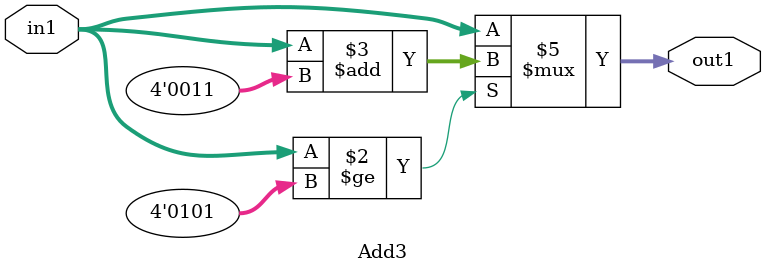
<source format=sv>
`timescale 1ns / 1ps


module Add3(
    
    input [3:0]in1, 
    output reg [3:0]out1
    );
    
    always @* begin
        if (in1 >= 4'b0101) begin 
            out1 = in1 + 4'b0011;
        end
        
        else begin 
            out1 = in1; 
        end
    end
    
endmodule
</source>
